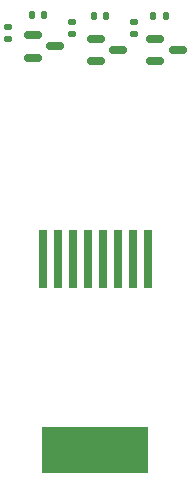
<source format=gtp>
G04 #@! TF.GenerationSoftware,KiCad,Pcbnew,9.0.4*
G04 #@! TF.CreationDate,2025-10-02T22:35:08+04:00*
G04 #@! TF.ProjectId,handheld1_motion4sim_FO41AFC70E184,68616e64-6865-46c6-9431-5f6d6f74696f,rev?*
G04 #@! TF.SameCoordinates,Original*
G04 #@! TF.FileFunction,Paste,Top*
G04 #@! TF.FilePolarity,Positive*
%FSLAX46Y46*%
G04 Gerber Fmt 4.6, Leading zero omitted, Abs format (unit mm)*
G04 Created by KiCad (PCBNEW 9.0.4) date 2025-10-02 22:35:08*
%MOMM*%
%LPD*%
G01*
G04 APERTURE LIST*
G04 Aperture macros list*
%AMRoundRect*
0 Rectangle with rounded corners*
0 $1 Rounding radius*
0 $2 $3 $4 $5 $6 $7 $8 $9 X,Y pos of 4 corners*
0 Add a 4 corners polygon primitive as box body*
4,1,4,$2,$3,$4,$5,$6,$7,$8,$9,$2,$3,0*
0 Add four circle primitives for the rounded corners*
1,1,$1+$1,$2,$3*
1,1,$1+$1,$4,$5*
1,1,$1+$1,$6,$7*
1,1,$1+$1,$8,$9*
0 Add four rect primitives between the rounded corners*
20,1,$1+$1,$2,$3,$4,$5,0*
20,1,$1+$1,$4,$5,$6,$7,0*
20,1,$1+$1,$6,$7,$8,$9,0*
20,1,$1+$1,$8,$9,$2,$3,0*%
G04 Aperture macros list end*
%ADD10R,9.000000X3.915000*%
%ADD11R,0.770000X5.000000*%
%ADD12RoundRect,0.135000X0.185000X-0.135000X0.185000X0.135000X-0.185000X0.135000X-0.185000X-0.135000X0*%
%ADD13RoundRect,0.150000X-0.587500X-0.150000X0.587500X-0.150000X0.587500X0.150000X-0.587500X0.150000X0*%
%ADD14RoundRect,0.135000X-0.135000X-0.185000X0.135000X-0.185000X0.135000X0.185000X-0.135000X0.185000X0*%
G04 APERTURE END LIST*
D10*
G04 #@! TO.C,J1*
X146975000Y-119382500D03*
D11*
X151445000Y-103160000D03*
X150175000Y-103160000D03*
X148905000Y-103160000D03*
X147635000Y-103160000D03*
X146365000Y-103160000D03*
X145095000Y-103160000D03*
X143825000Y-103160000D03*
X142555000Y-103160000D03*
G04 #@! TD*
D12*
G04 #@! TO.C,R6*
X139600000Y-83580000D03*
X139600000Y-84600000D03*
G04 #@! TD*
G04 #@! TO.C,R5*
X145000000Y-84110000D03*
X145000000Y-83090000D03*
G04 #@! TD*
G04 #@! TO.C,R4*
X150200000Y-84110000D03*
X150200000Y-83090000D03*
G04 #@! TD*
D13*
G04 #@! TO.C,Q2*
X147050000Y-84525000D03*
X147050000Y-86425000D03*
X148925000Y-85475000D03*
G04 #@! TD*
D14*
G04 #@! TO.C,R3*
X141580000Y-82525000D03*
X142600000Y-82525000D03*
G04 #@! TD*
G04 #@! TO.C,R1*
X146890000Y-82600000D03*
X147910000Y-82600000D03*
G04 #@! TD*
D13*
G04 #@! TO.C,Q3*
X152050000Y-84525000D03*
X152050000Y-86425000D03*
X153925000Y-85475000D03*
G04 #@! TD*
G04 #@! TO.C,Q1*
X141650000Y-84225000D03*
X141650000Y-86125000D03*
X143525000Y-85175000D03*
G04 #@! TD*
D14*
G04 #@! TO.C,R2*
X151890000Y-82600000D03*
X152910000Y-82600000D03*
G04 #@! TD*
M02*

</source>
